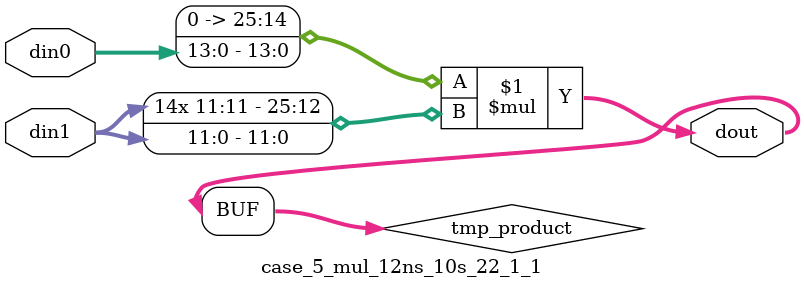
<source format=v>

`timescale 1 ns / 1 ps

 (* use_dsp = "no" *)  module case_5_mul_12ns_10s_22_1_1(din0, din1, dout);
parameter ID = 1;
parameter NUM_STAGE = 0;
parameter din0_WIDTH = 14;
parameter din1_WIDTH = 12;
parameter dout_WIDTH = 26;

input [din0_WIDTH - 1 : 0] din0; 
input [din1_WIDTH - 1 : 0] din1; 
output [dout_WIDTH - 1 : 0] dout;

wire signed [dout_WIDTH - 1 : 0] tmp_product;

























assign tmp_product = $signed({1'b0, din0}) * $signed(din1);










assign dout = tmp_product;





















endmodule

</source>
